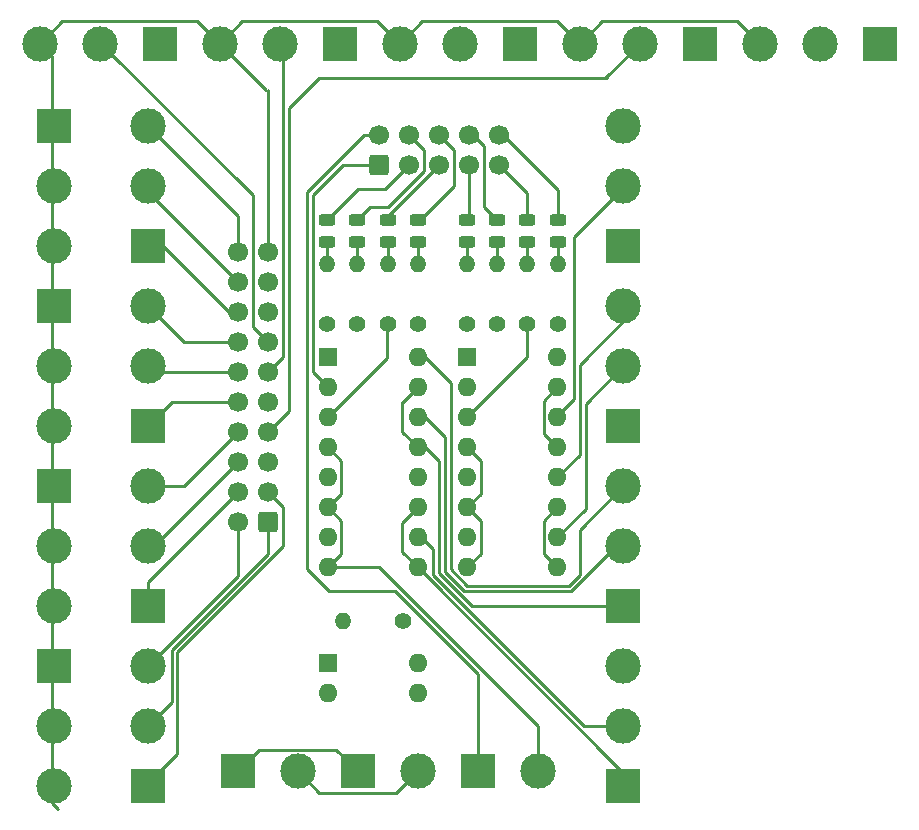
<source format=gbr>
%TF.GenerationSoftware,KiCad,Pcbnew,7.0.6-0*%
%TF.CreationDate,2023-07-29T14:48:15+08:00*%
%TF.ProjectId,Control Panel Motherboard,436f6e74-726f-46c2-9050-616e656c204d,0*%
%TF.SameCoordinates,Original*%
%TF.FileFunction,Copper,L1,Top*%
%TF.FilePolarity,Positive*%
%FSLAX46Y46*%
G04 Gerber Fmt 4.6, Leading zero omitted, Abs format (unit mm)*
G04 Created by KiCad (PCBNEW 7.0.6-0) date 2023-07-29 14:48:15*
%MOMM*%
%LPD*%
G01*
G04 APERTURE LIST*
G04 Aperture macros list*
%AMRoundRect*
0 Rectangle with rounded corners*
0 $1 Rounding radius*
0 $2 $3 $4 $5 $6 $7 $8 $9 X,Y pos of 4 corners*
0 Add a 4 corners polygon primitive as box body*
4,1,4,$2,$3,$4,$5,$6,$7,$8,$9,$2,$3,0*
0 Add four circle primitives for the rounded corners*
1,1,$1+$1,$2,$3*
1,1,$1+$1,$4,$5*
1,1,$1+$1,$6,$7*
1,1,$1+$1,$8,$9*
0 Add four rect primitives between the rounded corners*
20,1,$1+$1,$2,$3,$4,$5,0*
20,1,$1+$1,$4,$5,$6,$7,0*
20,1,$1+$1,$6,$7,$8,$9,0*
20,1,$1+$1,$8,$9,$2,$3,0*%
G04 Aperture macros list end*
%TA.AperFunction,ComponentPad*%
%ADD10R,1.600000X1.600000*%
%TD*%
%TA.AperFunction,ComponentPad*%
%ADD11O,1.600000X1.600000*%
%TD*%
%TA.AperFunction,ComponentPad*%
%ADD12C,1.400000*%
%TD*%
%TA.AperFunction,ComponentPad*%
%ADD13O,1.400000X1.400000*%
%TD*%
%TA.AperFunction,ComponentPad*%
%ADD14R,3.000000X3.000000*%
%TD*%
%TA.AperFunction,ComponentPad*%
%ADD15C,3.000000*%
%TD*%
%TA.AperFunction,SMDPad,CuDef*%
%ADD16RoundRect,0.243750X0.456250X-0.243750X0.456250X0.243750X-0.456250X0.243750X-0.456250X-0.243750X0*%
%TD*%
%TA.AperFunction,ComponentPad*%
%ADD17RoundRect,0.250000X0.600000X-0.600000X0.600000X0.600000X-0.600000X0.600000X-0.600000X-0.600000X0*%
%TD*%
%TA.AperFunction,ComponentPad*%
%ADD18C,1.700000*%
%TD*%
%TA.AperFunction,ComponentPad*%
%ADD19RoundRect,0.250000X0.600000X0.600000X-0.600000X0.600000X-0.600000X-0.600000X0.600000X-0.600000X0*%
%TD*%
%TA.AperFunction,Conductor*%
%ADD20C,0.250000*%
%TD*%
G04 APERTURE END LIST*
D10*
%TO.P,U4,1*%
%TO.N,Net-(R9-Pad1)*%
X28702000Y-56891000D03*
D11*
%TO.P,U4,2*%
%TO.N,/SW_T5*%
X28702000Y-59431000D03*
%TO.P,U4,3*%
%TO.N,Net-(J23-Pin_1)*%
X36322000Y-59431000D03*
%TO.P,U4,4*%
%TO.N,Net-(J23-Pin_2)*%
X36322000Y-56891000D03*
%TD*%
D12*
%TO.P,R9,1*%
%TO.N,Net-(R9-Pad1)*%
X35052000Y-53340000D03*
D13*
%TO.P,R9,2*%
%TO.N,/5V*%
X29972000Y-53340000D03*
%TD*%
D14*
%TO.P,J23,1,Pin_1*%
%TO.N,Net-(J23-Pin_1)*%
X31242000Y-66040000D03*
D15*
%TO.P,J23,2,Pin_2*%
%TO.N,Net-(J23-Pin_2)*%
X36322000Y-66040000D03*
%TD*%
D14*
%TO.P,J5,1,Pin_1*%
%TO.N,Net-(J23-Pin_1)*%
X21082000Y-66040000D03*
D15*
%TO.P,J5,2,Pin_2*%
%TO.N,Net-(J23-Pin_2)*%
X26162000Y-66040000D03*
%TD*%
D14*
%TO.P,J16,1,Pin_1*%
%TO.N,/5V*%
X75438000Y-4445000D03*
D15*
%TO.P,J16,2,Pin_2*%
%TO.N,/VR_1*%
X70358000Y-4445000D03*
%TO.P,J16,3,Pin_3*%
%TO.N,/GND*%
X65278000Y-4445000D03*
%TD*%
D16*
%TO.P,D8,1,K*%
%TO.N,Net-(D8-K)*%
X28652000Y-21257500D03*
%TO.P,D8,2,A*%
%TO.N,Net-(D8-A)*%
X28652000Y-19382500D03*
%TD*%
D12*
%TO.P,R8,1*%
%TO.N,Net-(R8-Pad1)*%
X28652000Y-28194000D03*
D13*
%TO.P,R8,2*%
%TO.N,Net-(D8-K)*%
X28652000Y-23114000D03*
%TD*%
D17*
%TO.P,J21,1,Pin_1*%
%TO.N,/GND2*%
X33020000Y-14732000D03*
D18*
%TO.P,J21,2,Pin_2*%
%TO.N,/3V3*%
X33020000Y-12192000D03*
%TO.P,J21,3,Pin_3*%
%TO.N,Net-(D8-A)*%
X35560000Y-14732000D03*
%TO.P,J21,4,Pin_4*%
%TO.N,Net-(D7-A)*%
X35560000Y-12192000D03*
%TO.P,J21,5,Pin_5*%
%TO.N,Net-(D6-A)*%
X38100000Y-14732000D03*
%TO.P,J21,6,Pin_6*%
%TO.N,Net-(D5-A)*%
X38100000Y-12192000D03*
%TO.P,J21,7,Pin_7*%
%TO.N,Net-(D4-A)*%
X40640000Y-14732000D03*
%TO.P,J21,8,Pin_8*%
%TO.N,Net-(D3-A)*%
X40640000Y-12192000D03*
%TO.P,J21,9,Pin_9*%
%TO.N,Net-(D2-A)*%
X43180000Y-14732000D03*
%TO.P,J21,10,Pin_10*%
%TO.N,Net-(D1-A)*%
X43180000Y-12192000D03*
%TD*%
D16*
%TO.P,D5,1,K*%
%TO.N,Net-(D5-K)*%
X36352000Y-21257500D03*
%TO.P,D5,2,A*%
%TO.N,Net-(D5-A)*%
X36352000Y-19382500D03*
%TD*%
%TO.P,D4,1,K*%
%TO.N,Net-(D4-K)*%
X40484000Y-21257500D03*
%TO.P,D4,2,A*%
%TO.N,Net-(D4-A)*%
X40484000Y-19382500D03*
%TD*%
D14*
%TO.P,J2,1,Pin_1*%
%TO.N,/GND*%
X5548858Y-26669234D03*
D15*
%TO.P,J2,2,Pin_2*%
X5548858Y-31749234D03*
%TO.P,J2,3,Pin_3*%
X5548858Y-36829234D03*
%TD*%
D14*
%TO.P,J8,1,Pin_1*%
%TO.N,/SW_R4*%
X13462000Y-52070000D03*
D15*
%TO.P,J8,2,Pin_2*%
%TO.N,/SW_R3*%
X13462000Y-46990000D03*
%TO.P,J8,3,Pin_3*%
%TO.N,/SW_R2*%
X13462000Y-41910000D03*
%TD*%
D12*
%TO.P,R2,1*%
%TO.N,Net-(R2-Pad1)*%
X45617332Y-28194000D03*
D13*
%TO.P,R2,2*%
%TO.N,Net-(D2-K)*%
X45617332Y-23114000D03*
%TD*%
D16*
%TO.P,D1,1,K*%
%TO.N,Net-(D1-K)*%
X48184000Y-21257500D03*
%TO.P,D1,2,A*%
%TO.N,Net-(D1-A)*%
X48184000Y-19382500D03*
%TD*%
D10*
%TO.P,U1,1*%
%TO.N,Net-(R1-Pad1)*%
X40534000Y-31003000D03*
D11*
%TO.P,U1,2*%
%TO.N,/GND2*%
X40534000Y-33543000D03*
%TO.P,U1,3*%
%TO.N,Net-(R2-Pad1)*%
X40534000Y-36083000D03*
%TO.P,U1,4*%
%TO.N,/GND2*%
X40534000Y-38623000D03*
%TO.P,U1,5*%
%TO.N,Net-(R3-Pad1)*%
X40534000Y-41163000D03*
%TO.P,U1,6*%
%TO.N,/GND2*%
X40534000Y-43703000D03*
%TO.P,U1,7*%
%TO.N,Net-(R4-Pad1)*%
X40534000Y-46243000D03*
%TO.P,U1,8*%
%TO.N,/GND2*%
X40534000Y-48783000D03*
%TO.P,U1,9*%
%TO.N,Net-(J18-Pin_1)*%
X48154000Y-48783000D03*
%TO.P,U1,10*%
%TO.N,Net-(J18-Pin_2)*%
X48154000Y-46243000D03*
%TO.P,U1,11*%
%TO.N,Net-(J18-Pin_1)*%
X48154000Y-43703000D03*
%TO.P,U1,12*%
%TO.N,Net-(J18-Pin_3)*%
X48154000Y-41163000D03*
%TO.P,U1,13*%
%TO.N,Net-(J17-Pin_1)*%
X48154000Y-38623000D03*
%TO.P,U1,14*%
%TO.N,Net-(J17-Pin_2)*%
X48154000Y-36083000D03*
%TO.P,U1,15*%
%TO.N,Net-(J17-Pin_1)*%
X48154000Y-33543000D03*
%TO.P,U1,16*%
%TO.N,Net-(J17-Pin_3)*%
X48154000Y-31003000D03*
%TD*%
D16*
%TO.P,D2,1,K*%
%TO.N,Net-(D2-K)*%
X45617332Y-21257500D03*
%TO.P,D2,2,A*%
%TO.N,Net-(D2-A)*%
X45617332Y-19382500D03*
%TD*%
D19*
%TO.P,J11,1,Pin_1*%
%TO.N,/SW_P2*%
X23622000Y-44958000D03*
D18*
%TO.P,J11,2,Pin_2*%
%TO.N,/SW_P1*%
X21082000Y-44958000D03*
%TO.P,J11,3,Pin_3*%
%TO.N,/SW_P3*%
X23622000Y-42418000D03*
%TO.P,J11,4,Pin_4*%
%TO.N,/SW_R4*%
X21082000Y-42418000D03*
%TO.P,J11,5,Pin_5*%
%TO.N,/VR_1*%
X23622000Y-39878000D03*
%TO.P,J11,6,Pin_6*%
%TO.N,/SW_R3*%
X21082000Y-39878000D03*
%TO.P,J11,7,Pin_7*%
%TO.N,/VR_2*%
X23622000Y-37338000D03*
%TO.P,J11,8,Pin_8*%
%TO.N,/SW_R2*%
X21082000Y-37338000D03*
%TO.P,J11,9,Pin_9*%
%TO.N,/VR_3*%
X23622000Y-34798000D03*
%TO.P,J11,10,Pin_10*%
%TO.N,/SW_R1*%
X21082000Y-34798000D03*
%TO.P,J11,11,Pin_11*%
%TO.N,/VR_4*%
X23622000Y-32258000D03*
%TO.P,J11,12,Pin_12*%
%TO.N,/SW_T5*%
X21082000Y-32258000D03*
%TO.P,J11,13,Pin_13*%
%TO.N,/VR_5*%
X23622000Y-29718000D03*
%TO.P,J11,14,Pin_14*%
%TO.N,/SW_T4*%
X21082000Y-29718000D03*
%TO.P,J11,15,Pin_15*%
%TO.N,unconnected-(J11-Pin_15-Pad15)*%
X23622000Y-27178000D03*
%TO.P,J11,16,Pin_16*%
%TO.N,/SW_T3*%
X21082000Y-27178000D03*
%TO.P,J11,17,Pin_17*%
%TO.N,/5V*%
X23622000Y-24638000D03*
%TO.P,J11,18,Pin_18*%
%TO.N,/SW_T2*%
X21082000Y-24638000D03*
%TO.P,J11,19,Pin_19*%
%TO.N,/GND*%
X23622000Y-22098000D03*
%TO.P,J11,20,Pin_20*%
%TO.N,/SW_T1*%
X21082000Y-22098000D03*
%TD*%
D14*
%TO.P,J9,1,Pin_1*%
%TO.N,/SW_P3*%
X13462000Y-67310000D03*
D15*
%TO.P,J9,2,Pin_2*%
%TO.N,/SW_P2*%
X13462000Y-62230000D03*
%TO.P,J9,3,Pin_3*%
%TO.N,/SW_P1*%
X13462000Y-57150000D03*
%TD*%
D14*
%TO.P,J7,1,Pin_1*%
%TO.N,/SW_R1*%
X13462000Y-36830000D03*
D15*
%TO.P,J7,2,Pin_2*%
%TO.N,/SW_T5*%
X13462000Y-31750000D03*
%TO.P,J7,3,Pin_3*%
%TO.N,/SW_T4*%
X13462000Y-26670000D03*
%TD*%
D14*
%TO.P,J1,1,Pin_1*%
%TO.N,/GND*%
X5548858Y-11429234D03*
D15*
%TO.P,J1,2,Pin_2*%
X5548858Y-16509234D03*
%TO.P,J1,3,Pin_3*%
X5548858Y-21589234D03*
%TD*%
D14*
%TO.P,J4,1,Pin_1*%
%TO.N,/GND*%
X5548858Y-57149234D03*
D15*
%TO.P,J4,2,Pin_2*%
X5548858Y-62229234D03*
%TO.P,J4,3,Pin_3*%
X5548858Y-67309234D03*
%TD*%
D12*
%TO.P,R4,1*%
%TO.N,Net-(R4-Pad1)*%
X40484000Y-28194000D03*
D13*
%TO.P,R4,2*%
%TO.N,Net-(D4-K)*%
X40484000Y-23114000D03*
%TD*%
D14*
%TO.P,J12,1,Pin_1*%
%TO.N,/5V*%
X14478000Y-4445000D03*
D15*
%TO.P,J12,2,Pin_2*%
%TO.N,/VR_5*%
X9398000Y-4445000D03*
%TO.P,J12,3,Pin_3*%
%TO.N,/GND*%
X4318000Y-4445000D03*
%TD*%
D14*
%TO.P,J15,1,Pin_1*%
%TO.N,/5V*%
X60198000Y-4445000D03*
D15*
%TO.P,J15,2,Pin_2*%
%TO.N,/VR_2*%
X55118000Y-4445000D03*
%TO.P,J15,3,Pin_3*%
%TO.N,/GND*%
X50038000Y-4445000D03*
%TD*%
D12*
%TO.P,R6,1*%
%TO.N,Net-(R6-Pad1)*%
X33785332Y-28194000D03*
D13*
%TO.P,R6,2*%
%TO.N,Net-(D6-K)*%
X33785332Y-23114000D03*
%TD*%
D14*
%TO.P,J17,1,Pin_1*%
%TO.N,Net-(J17-Pin_1)*%
X53732000Y-21590000D03*
D15*
%TO.P,J17,2,Pin_2*%
%TO.N,Net-(J17-Pin_2)*%
X53732000Y-16510000D03*
%TO.P,J17,3,Pin_3*%
%TO.N,Net-(J17-Pin_3)*%
X53732000Y-11430000D03*
%TD*%
D14*
%TO.P,J22,1,Pin_1*%
%TO.N,/3V3*%
X41402000Y-66040000D03*
D15*
%TO.P,J22,2,Pin_2*%
%TO.N,/GND2*%
X46482000Y-66040000D03*
%TD*%
D14*
%TO.P,J13,1,Pin_1*%
%TO.N,/5V*%
X29718000Y-4445000D03*
D15*
%TO.P,J13,2,Pin_2*%
%TO.N,/VR_4*%
X24638000Y-4445000D03*
%TO.P,J13,3,Pin_3*%
%TO.N,/GND*%
X19558000Y-4445000D03*
%TD*%
D12*
%TO.P,R5,1*%
%TO.N,Net-(R5-Pad1)*%
X36352000Y-28194000D03*
D13*
%TO.P,R5,2*%
%TO.N,Net-(D5-K)*%
X36352000Y-23114000D03*
%TD*%
D14*
%TO.P,J20,1,Pin_1*%
%TO.N,Net-(J20-Pin_1)*%
X53732000Y-67310000D03*
D15*
%TO.P,J20,2,Pin_2*%
%TO.N,Net-(J20-Pin_2)*%
X53732000Y-62230000D03*
%TO.P,J20,3,Pin_3*%
%TO.N,Net-(J20-Pin_3)*%
X53732000Y-57150000D03*
%TD*%
D10*
%TO.P,U2,1*%
%TO.N,Net-(R5-Pad1)*%
X28702000Y-31003000D03*
D11*
%TO.P,U2,2*%
%TO.N,/GND2*%
X28702000Y-33543000D03*
%TO.P,U2,3*%
%TO.N,Net-(R6-Pad1)*%
X28702000Y-36083000D03*
%TO.P,U2,4*%
%TO.N,/GND2*%
X28702000Y-38623000D03*
%TO.P,U2,5*%
%TO.N,Net-(R7-Pad1)*%
X28702000Y-41163000D03*
%TO.P,U2,6*%
%TO.N,/GND2*%
X28702000Y-43703000D03*
%TO.P,U2,7*%
%TO.N,Net-(R8-Pad1)*%
X28702000Y-46243000D03*
%TO.P,U2,8*%
%TO.N,/GND2*%
X28702000Y-48783000D03*
%TO.P,U2,9*%
%TO.N,Net-(J20-Pin_1)*%
X36322000Y-48783000D03*
%TO.P,U2,10*%
%TO.N,Net-(J20-Pin_2)*%
X36322000Y-46243000D03*
%TO.P,U2,11*%
%TO.N,Net-(J20-Pin_1)*%
X36322000Y-43703000D03*
%TO.P,U2,12*%
%TO.N,Net-(J20-Pin_3)*%
X36322000Y-41163000D03*
%TO.P,U2,13*%
%TO.N,Net-(J19-Pin_1)*%
X36322000Y-38623000D03*
%TO.P,U2,14*%
%TO.N,Net-(J19-Pin_2)*%
X36322000Y-36083000D03*
%TO.P,U2,15*%
%TO.N,Net-(J19-Pin_1)*%
X36322000Y-33543000D03*
%TO.P,U2,16*%
%TO.N,Net-(J19-Pin_3)*%
X36322000Y-31003000D03*
%TD*%
D12*
%TO.P,R7,1*%
%TO.N,Net-(R7-Pad1)*%
X31218666Y-28194000D03*
D13*
%TO.P,R7,2*%
%TO.N,Net-(D7-K)*%
X31218666Y-23114000D03*
%TD*%
D14*
%TO.P,J14,1,Pin_1*%
%TO.N,/5V*%
X44958000Y-4445000D03*
D15*
%TO.P,J14,2,Pin_2*%
%TO.N,/VR_3*%
X39878000Y-4445000D03*
%TO.P,J14,3,Pin_3*%
%TO.N,/GND*%
X34798000Y-4445000D03*
%TD*%
D14*
%TO.P,J3,1,Pin_1*%
%TO.N,/GND*%
X5548858Y-41909234D03*
D15*
%TO.P,J3,2,Pin_2*%
X5548858Y-46989234D03*
%TO.P,J3,3,Pin_3*%
X5548858Y-52069234D03*
%TD*%
D12*
%TO.P,R3,1*%
%TO.N,Net-(R3-Pad1)*%
X43050666Y-28194000D03*
D13*
%TO.P,R3,2*%
%TO.N,Net-(D3-K)*%
X43050666Y-23114000D03*
%TD*%
D16*
%TO.P,D6,1,K*%
%TO.N,Net-(D6-K)*%
X33785332Y-21257500D03*
%TO.P,D6,2,A*%
%TO.N,Net-(D6-A)*%
X33785332Y-19382500D03*
%TD*%
D14*
%TO.P,J19,1,Pin_1*%
%TO.N,Net-(J19-Pin_1)*%
X53732000Y-52070000D03*
D15*
%TO.P,J19,2,Pin_2*%
%TO.N,Net-(J19-Pin_2)*%
X53732000Y-46990000D03*
%TO.P,J19,3,Pin_3*%
%TO.N,Net-(J19-Pin_3)*%
X53732000Y-41910000D03*
%TD*%
D12*
%TO.P,R1,1*%
%TO.N,Net-(R1-Pad1)*%
X48184000Y-28194000D03*
D13*
%TO.P,R1,2*%
%TO.N,Net-(D1-K)*%
X48184000Y-23114000D03*
%TD*%
D14*
%TO.P,J18,1,Pin_1*%
%TO.N,Net-(J18-Pin_1)*%
X53732000Y-36830000D03*
D15*
%TO.P,J18,2,Pin_2*%
%TO.N,Net-(J18-Pin_2)*%
X53732000Y-31750000D03*
%TO.P,J18,3,Pin_3*%
%TO.N,Net-(J18-Pin_3)*%
X53732000Y-26670000D03*
%TD*%
D16*
%TO.P,D7,1,K*%
%TO.N,Net-(D7-K)*%
X31218666Y-21257500D03*
%TO.P,D7,2,A*%
%TO.N,Net-(D7-A)*%
X31218666Y-19382500D03*
%TD*%
D14*
%TO.P,J6,1,Pin_1*%
%TO.N,/SW_T3*%
X13462000Y-21590000D03*
D15*
%TO.P,J6,2,Pin_2*%
%TO.N,/SW_T2*%
X13462000Y-16510000D03*
%TO.P,J6,3,Pin_3*%
%TO.N,/SW_T1*%
X13462000Y-11430000D03*
%TD*%
D16*
%TO.P,D3,1,K*%
%TO.N,Net-(D3-K)*%
X43050666Y-21257500D03*
%TO.P,D3,2,A*%
%TO.N,Net-(D3-A)*%
X43050666Y-19382500D03*
%TD*%
D20*
%TO.N,/GND*%
X23622000Y-8382000D02*
X23622000Y-22098000D01*
%TO.N,/3V3*%
X33020000Y-12192000D02*
X31750000Y-12192000D01*
X26924000Y-17018000D02*
X26924000Y-48935995D01*
X34415604Y-50800000D02*
X41402000Y-57786396D01*
X28788005Y-50800000D02*
X34415604Y-50800000D01*
X31750000Y-12192000D02*
X26924000Y-17018000D01*
X41402000Y-57786396D02*
X41402000Y-66040000D01*
X26924000Y-48935995D02*
X28788005Y-50800000D01*
%TO.N,/GND2*%
X46482000Y-66040000D02*
X46482000Y-62230000D01*
X46482000Y-62230000D02*
X33035000Y-48783000D01*
X33035000Y-48783000D02*
X28702000Y-48783000D01*
%TO.N,Net-(J23-Pin_2)*%
X26162000Y-66040000D02*
X27987000Y-67865000D01*
X27987000Y-67865000D02*
X34497000Y-67865000D01*
X34497000Y-67865000D02*
X36322000Y-66040000D01*
%TO.N,Net-(J23-Pin_1)*%
X21082000Y-66040000D02*
X22907000Y-64215000D01*
X22907000Y-64215000D02*
X29417000Y-64215000D01*
X29417000Y-64215000D02*
X31242000Y-66040000D01*
%TO.N,/SW_T1*%
X21082000Y-22098000D02*
X21082000Y-19050000D01*
X21082000Y-19050000D02*
X13462000Y-11430000D01*
%TO.N,/SW_T2*%
X13462000Y-17018000D02*
X13462000Y-16510000D01*
X21082000Y-24638000D02*
X13462000Y-17018000D01*
%TO.N,/SW_T3*%
X14732000Y-21590000D02*
X13462000Y-21590000D01*
X21082000Y-27178000D02*
X20320000Y-27178000D01*
X20320000Y-27178000D02*
X14732000Y-21590000D01*
%TO.N,/SW_T4*%
X21082000Y-29718000D02*
X16510000Y-29718000D01*
X16510000Y-29718000D02*
X13462000Y-26670000D01*
%TO.N,/SW_T5*%
X21082000Y-32258000D02*
X13970000Y-32258000D01*
X13970000Y-32258000D02*
X13462000Y-31750000D01*
%TO.N,/SW_R1*%
X21082000Y-34798000D02*
X15494000Y-34798000D01*
X15494000Y-34798000D02*
X13462000Y-36830000D01*
%TO.N,/SW_R2*%
X21082000Y-37338000D02*
X16510000Y-41910000D01*
X16510000Y-41910000D02*
X13462000Y-41910000D01*
%TO.N,/SW_R3*%
X21082000Y-39878000D02*
X13970000Y-46990000D01*
X13970000Y-46990000D02*
X13462000Y-46990000D01*
%TO.N,/SW_R4*%
X21082000Y-42418000D02*
X13462000Y-50038000D01*
X13462000Y-50038000D02*
X13462000Y-52070000D01*
%TO.N,/SW_P1*%
X21082000Y-44958000D02*
X21082000Y-49530000D01*
X21082000Y-49530000D02*
X13462000Y-57150000D01*
%TO.N,/SW_P2*%
X23622000Y-47626396D02*
X23622000Y-44958000D01*
X15494000Y-55754396D02*
X23622000Y-47626396D01*
X13462000Y-62230000D02*
X15494000Y-60198000D01*
X15494000Y-60198000D02*
X15494000Y-55754396D01*
%TO.N,/SW_P3*%
X24892000Y-46992792D02*
X24892000Y-43688000D01*
X15944000Y-64574000D02*
X15944000Y-55940792D01*
X13462000Y-67310000D02*
X13462000Y-67056000D01*
X24892000Y-43688000D02*
X23622000Y-42418000D01*
X13462000Y-67056000D02*
X15944000Y-64574000D01*
X15944000Y-55940792D02*
X24892000Y-46992792D01*
%TO.N,/VR_2*%
X25400000Y-35560000D02*
X23622000Y-37338000D01*
X27940000Y-7366000D02*
X52324000Y-7366000D01*
X52197000Y-7366000D02*
X55118000Y-4445000D01*
X25400000Y-9906000D02*
X25400000Y-35560000D01*
X25400000Y-9906000D02*
X27940000Y-7366000D01*
%TO.N,/VR_4*%
X24892000Y-30988000D02*
X24892000Y-4699000D01*
X24892000Y-4699000D02*
X24638000Y-4445000D01*
X23622000Y-32258000D02*
X24892000Y-30988000D01*
%TO.N,/VR_5*%
X9525000Y-4445000D02*
X22352000Y-17272000D01*
X22352000Y-28448000D02*
X23622000Y-29718000D01*
X22352000Y-17272000D02*
X22352000Y-28448000D01*
X9398000Y-4445000D02*
X9525000Y-4445000D01*
%TO.N,Net-(D4-K)*%
X40484000Y-21257500D02*
X40484000Y-23114000D01*
%TO.N,/GND*%
X48133000Y-2540000D02*
X50038000Y-4445000D01*
X50137000Y-4544000D02*
X50038000Y-4445000D01*
X4318000Y-4445000D02*
X5334000Y-5461000D01*
X19558000Y-4445000D02*
X21463000Y-2540000D01*
X4318000Y-4445000D02*
X6223000Y-2540000D01*
X36703000Y-2540000D02*
X48133000Y-2540000D01*
X63373000Y-2540000D02*
X65278000Y-4445000D01*
X5334000Y-68707000D02*
X5842000Y-69215000D01*
X21463000Y-2540000D02*
X32893000Y-2540000D01*
X35550500Y-5197500D02*
X34798000Y-4445000D01*
X50038000Y-4445000D02*
X51943000Y-2540000D01*
X19558000Y-4445000D02*
X23495000Y-8382000D01*
X51943000Y-2540000D02*
X63373000Y-2540000D01*
X6223000Y-2540000D02*
X17653000Y-2540000D01*
X5334000Y-5461000D02*
X5334000Y-68707000D01*
X17653000Y-2540000D02*
X19558000Y-4445000D01*
X32893000Y-2540000D02*
X34798000Y-4445000D01*
X34798000Y-4445000D02*
X36703000Y-2540000D01*
%TO.N,Net-(J18-Pin_1)*%
X47029000Y-44828000D02*
X47029000Y-47658000D01*
X48154000Y-43703000D02*
X47029000Y-44828000D01*
X47029000Y-47658000D02*
X48154000Y-48783000D01*
%TO.N,Net-(J18-Pin_2)*%
X50546000Y-43851000D02*
X50546000Y-34936000D01*
X48154000Y-46243000D02*
X50546000Y-43851000D01*
X50546000Y-34936000D02*
X53732000Y-31750000D01*
%TO.N,Net-(J18-Pin_3)*%
X50038000Y-31634000D02*
X50038000Y-39279000D01*
X50038000Y-39279000D02*
X48154000Y-41163000D01*
X55002000Y-26670000D02*
X50038000Y-31634000D01*
%TO.N,Net-(J17-Pin_1)*%
X48154000Y-33543000D02*
X47029000Y-34668000D01*
X47029000Y-37498000D02*
X48154000Y-38623000D01*
X47029000Y-34668000D02*
X47029000Y-37498000D01*
%TO.N,Net-(D1-K)*%
X48184000Y-21257500D02*
X48184000Y-23114000D01*
%TO.N,Net-(D2-K)*%
X45617332Y-21257500D02*
X45617332Y-23114000D01*
%TO.N,Net-(D3-K)*%
X43050666Y-21257500D02*
X43050666Y-23114000D01*
%TO.N,Net-(D5-K)*%
X36352000Y-21257500D02*
X36352000Y-23114000D01*
%TO.N,Net-(D6-K)*%
X33785332Y-21257500D02*
X33785332Y-23114000D01*
%TO.N,Net-(D7-K)*%
X31218666Y-21257500D02*
X31218666Y-23114000D01*
%TO.N,Net-(D8-K)*%
X28652000Y-21257500D02*
X28652000Y-23114000D01*
%TO.N,Net-(J17-Pin_2)*%
X49530000Y-20828000D02*
X49530000Y-34544000D01*
X48154000Y-36083000D02*
X48154000Y-35920000D01*
X53732000Y-16510000D02*
X52832000Y-17410000D01*
X48154000Y-35920000D02*
X49530000Y-34544000D01*
X52832000Y-17410000D02*
X52832000Y-17526000D01*
X52832000Y-17526000D02*
X49530000Y-20828000D01*
%TO.N,/GND2*%
X29827000Y-42578000D02*
X28702000Y-43703000D01*
X41659000Y-39748000D02*
X41659000Y-42578000D01*
X28702000Y-33543000D02*
X27432000Y-32273000D01*
X41659000Y-42578000D02*
X40534000Y-43703000D01*
X28702000Y-48783000D02*
X29827000Y-47658000D01*
X41659000Y-44828000D02*
X40534000Y-43703000D01*
X40534000Y-38623000D02*
X41659000Y-39748000D01*
X29972000Y-14732000D02*
X33020000Y-14732000D01*
X29827000Y-47658000D02*
X29827000Y-44828000D01*
X41659000Y-47658000D02*
X41659000Y-44828000D01*
X29827000Y-44828000D02*
X28702000Y-43703000D01*
X40534000Y-48783000D02*
X41659000Y-47658000D01*
X27432000Y-17272000D02*
X29972000Y-14732000D01*
X33205834Y-14732000D02*
X33020000Y-14732000D01*
X28702000Y-38623000D02*
X29827000Y-39748000D01*
X27432000Y-32273000D02*
X27432000Y-17272000D01*
X29827000Y-39748000D02*
X29827000Y-42578000D01*
%TO.N,Net-(J19-Pin_1)*%
X36968000Y-38623000D02*
X38100000Y-39755000D01*
X35042000Y-37343000D02*
X35042000Y-34798000D01*
X40903604Y-52070000D02*
X53732000Y-52070000D01*
X35042000Y-34798000D02*
X35067000Y-34798000D01*
X38100000Y-39755000D02*
X38100000Y-49266396D01*
X38100000Y-49266396D02*
X40903604Y-52070000D01*
X36322000Y-38623000D02*
X35042000Y-37343000D01*
X35067000Y-34798000D02*
X36322000Y-33543000D01*
%TO.N,Net-(J19-Pin_2)*%
X36083000Y-36083000D02*
X36068000Y-36083000D01*
X53098396Y-46990000D02*
X53732000Y-46990000D01*
X38608000Y-37723000D02*
X38608000Y-49138000D01*
X49288396Y-50800000D02*
X53098396Y-46990000D01*
X40270000Y-50800000D02*
X49288396Y-50800000D01*
X38608000Y-49138000D02*
X40270000Y-50800000D01*
X36968000Y-36083000D02*
X38608000Y-37723000D01*
%TO.N,Net-(J19-Pin_3)*%
X36068000Y-31003000D02*
X36080500Y-31003000D01*
X50038000Y-49414000D02*
X50038000Y-45604000D01*
X36968000Y-31003000D02*
X39116000Y-33151000D01*
X39116000Y-33151000D02*
X39116000Y-48955991D01*
X50038000Y-45604000D02*
X53732000Y-41910000D01*
X40510009Y-50350000D02*
X49102000Y-50350000D01*
X49102000Y-50350000D02*
X50038000Y-49414000D01*
X39116000Y-48955991D02*
X40510009Y-50350000D01*
%TO.N,Net-(J20-Pin_2)*%
X50427208Y-62230000D02*
X37592000Y-49394792D01*
X53732000Y-62230000D02*
X50427208Y-62230000D01*
X37592000Y-47259000D02*
X36576000Y-46243000D01*
X37592000Y-49394792D02*
X37592000Y-47259000D01*
%TO.N,Net-(J20-Pin_1)*%
X35042000Y-47503000D02*
X36322000Y-48783000D01*
X35042000Y-44983000D02*
X35042000Y-47503000D01*
X36322000Y-48783000D02*
X53732000Y-66193000D01*
X53732000Y-66193000D02*
X53732000Y-67310000D01*
X53732000Y-67310000D02*
X53732000Y-66178000D01*
X36322000Y-43703000D02*
X35042000Y-44983000D01*
%TO.N,Net-(D1-A)*%
X48184000Y-16804000D02*
X43572000Y-12192000D01*
X48184000Y-17094000D02*
X48184000Y-16804000D01*
X48184000Y-17094000D02*
X48184000Y-19382500D01*
%TO.N,Net-(D2-A)*%
X45617332Y-17120668D02*
X45568668Y-17120668D01*
X45568668Y-17120668D02*
X43180000Y-14732000D01*
X45617332Y-17120668D02*
X45617332Y-19382500D01*
%TO.N,Net-(D3-A)*%
X41910000Y-13070000D02*
X41032000Y-12192000D01*
X41910000Y-18241834D02*
X41910000Y-13070000D01*
X43050666Y-19382500D02*
X41910000Y-18241834D01*
%TO.N,Net-(D4-A)*%
X40640000Y-19226500D02*
X40640000Y-14732000D01*
X40484000Y-19382500D02*
X40640000Y-19226500D01*
%TO.N,Net-(D5-A)*%
X39370000Y-13462000D02*
X39370000Y-16510000D01*
X38100000Y-12192000D02*
X39370000Y-13462000D01*
X39370000Y-16510000D02*
X36497500Y-19382500D01*
X36497500Y-19382500D02*
X36352000Y-19382500D01*
%TO.N,Net-(D6-A)*%
X38100000Y-14732000D02*
X33785332Y-19046668D01*
X33785332Y-19046668D02*
X33785332Y-19382500D01*
%TO.N,Net-(D7-A)*%
X35560000Y-12192000D02*
X36830000Y-13462000D01*
X36830000Y-13462000D02*
X36830000Y-15240000D01*
X33782000Y-18288000D02*
X32313166Y-18288000D01*
X32313166Y-18288000D02*
X31218666Y-19382500D01*
X36830000Y-15240000D02*
X33782000Y-18288000D01*
%TO.N,Net-(D8-A)*%
X31270500Y-16764000D02*
X28652000Y-19382500D01*
X35560000Y-14732000D02*
X33528000Y-16764000D01*
X33528000Y-16764000D02*
X31270500Y-16764000D01*
%TO.N,Net-(R2-Pad1)*%
X45617332Y-30999668D02*
X40534000Y-36083000D01*
X45617332Y-28194000D02*
X45617332Y-30999668D01*
%TO.N,Net-(R6-Pad1)*%
X33772000Y-31013000D02*
X28702000Y-36083000D01*
X33772000Y-27940000D02*
X33772000Y-31013000D01*
%TD*%
M02*

</source>
